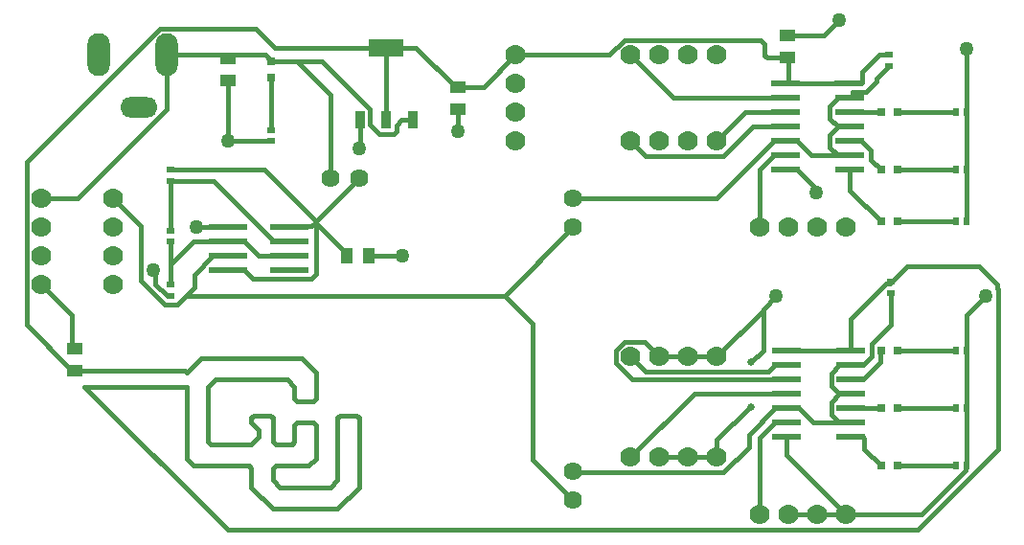
<source format=gtl>
G04*
G04 #@! TF.GenerationSoftware,Altium Limited,Altium Designer,21.6.4 (81)*
G04*
G04 Layer_Physical_Order=1*
G04 Layer_Color=255*
%FSLAX25Y25*%
%MOIN*%
G70*
G04*
G04 #@! TF.SameCoordinates,570BF3D3-4215-493C-AC51-86F074832852*
G04*
G04*
G04 #@! TF.FilePolarity,Positive*
G04*
G01*
G75*
%ADD10C,0.01500*%
%ADD19R,0.03150X0.03150*%
%ADD20R,0.10433X0.02362*%
%ADD21R,0.13386X0.02362*%
%ADD22R,0.02756X0.02362*%
%ADD23R,0.02362X0.02756*%
%ADD24R,0.03300X0.06300*%
%ADD25R,0.12200X0.06300*%
%ADD26R,0.03150X0.03150*%
%ADD27R,0.05709X0.03937*%
%ADD28R,0.03937X0.05709*%
%ADD42C,0.07000*%
%ADD43C,0.06378*%
%ADD44O,0.07874X0.14961*%
%ADD45O,0.12992X0.07087*%
%ADD46C,0.05000*%
%ADD47C,0.02500*%
D10*
X57972Y94447D02*
X59069D01*
X54169Y98250D02*
X57972Y94447D01*
X54169Y98250D02*
Y102331D01*
X53500Y103000D02*
X54169Y102331D01*
X59069Y94447D02*
X59500Y94016D01*
X286740Y184740D02*
X292000Y190000D01*
X274000Y184740D02*
X286740D01*
X273740Y177000D02*
X274500Y176240D01*
X266000Y177879D02*
X266879Y177000D01*
X266000Y177879D02*
Y181827D01*
X266879Y177000D02*
X273740D01*
X264624Y183203D02*
X266000Y181827D01*
X310000Y98937D02*
X310197D01*
X308472Y98506D02*
X309569D01*
X296000Y86034D02*
X308472Y98506D01*
X309569D02*
X310000Y98937D01*
X296000Y75000D02*
Y86034D01*
X319205Y12703D02*
X347250Y40748D01*
X79297Y12703D02*
X319205D01*
X29500Y62500D02*
X79297Y12703D01*
X320518Y17953D02*
X336037Y33472D01*
X294500Y17953D02*
X320518D01*
X125000Y27500D02*
Y51621D01*
X117500Y30000D02*
Y51621D01*
X95879Y35000D02*
X107500D01*
X185310Y37143D02*
X199500Y22953D01*
X312453Y35000D02*
X332531D01*
X284500Y17953D02*
X294500D01*
X274500D02*
X284500D01*
X310197Y98937D02*
X315770Y104510D01*
X340750D01*
X347000Y98260D01*
Y96755D02*
Y98260D01*
Y96755D02*
X347250Y96505D01*
Y40748D02*
Y96505D01*
X273835Y75000D02*
X296000D01*
X25000Y76740D02*
X26000Y75740D01*
X25000Y76740D02*
Y87453D01*
X25114Y68260D02*
X26000D01*
X9250Y84124D02*
Y140667D01*
X55766Y187183D01*
X89143D01*
X95773Y180553D01*
X134500D01*
X9250Y84124D02*
X25114Y68260D01*
X14500Y97953D02*
X25000Y87453D01*
X219500Y147953D02*
X224750Y142703D01*
X259500Y157953D02*
X273335D01*
X251675Y142703D02*
X261925Y152953D01*
X273335D01*
X224750Y142703D02*
X251675D01*
X249500Y147953D02*
X259500Y157953D01*
X300201Y65000D02*
X306376Y71175D01*
Y74829D01*
X296165Y65000D02*
X300201D01*
X306376Y74829D02*
X306547Y75000D01*
X64240Y68260D02*
X65000Y67500D01*
X26000Y68260D02*
X64240D01*
X65000Y37500D02*
Y62500D01*
Y37500D02*
X67500Y35000D01*
X86621D01*
X87500Y34121D01*
Y27500D02*
Y34121D01*
X124121Y52500D02*
X125000Y51621D01*
X118379Y52500D02*
X124121D01*
X117500Y51621D02*
X118379Y52500D01*
X115000Y27500D02*
X117500Y30000D01*
X97500Y27500D02*
X115000D01*
X95000Y30000D02*
X97500Y27500D01*
X95000Y30000D02*
Y34121D01*
X95879Y35000D01*
X107500D02*
X110000Y37500D01*
Y49121D01*
X109121Y50000D02*
X110000Y49121D01*
X103379Y50000D02*
X109121D01*
X102500Y49121D02*
X103379Y50000D01*
X102500Y43379D02*
Y49121D01*
X101621Y42500D02*
X102500Y43379D01*
X95879Y42500D02*
X101621D01*
X95000Y43379D02*
X95879Y42500D01*
X95000Y43379D02*
Y51621D01*
X94121Y52500D02*
X95000Y51621D01*
X88379Y52500D02*
X94121D01*
X87500Y51621D02*
X88379Y52500D01*
X87500Y50000D02*
Y51621D01*
Y50000D02*
X90000Y47500D01*
Y45000D02*
Y47500D01*
X87500Y42500D02*
X90000Y45000D01*
X73379Y42500D02*
X87500D01*
X72500Y43379D02*
X73379Y42500D01*
X72500Y43379D02*
Y62500D01*
X75000Y65000D01*
X100000D01*
X102500Y62500D01*
Y58379D02*
Y62500D01*
Y58379D02*
X103379Y57500D01*
X109121D01*
X110000Y58379D01*
Y67500D01*
X105000Y72500D02*
X110000Y67500D01*
X70000Y72500D02*
X105000D01*
X65000Y67500D02*
X70000Y72500D01*
X336469Y87468D02*
X343000Y94000D01*
X336469Y75000D02*
Y87468D01*
X29500Y62500D02*
X65000D01*
X312453Y119953D02*
X332531D01*
X185310Y37143D02*
Y84383D01*
X175620Y94073D02*
X185310Y84383D01*
X87500Y27500D02*
X95000Y20000D01*
X117500D01*
X125000Y27500D01*
X224250Y78203D02*
X229500Y72953D01*
X214250Y75127D02*
X217325Y78203D01*
X214250Y70778D02*
Y75127D01*
X217325Y78203D02*
X224250D01*
X214250Y70778D02*
X220028Y65000D01*
X273835D01*
X219500Y72953D02*
X224750Y67703D01*
X267502D01*
X265511Y89237D02*
Y89511D01*
Y75011D02*
Y89237D01*
X249500Y73226D02*
X265511Y89237D01*
Y89511D02*
X270000Y94000D01*
X261500Y71000D02*
X265511Y75011D01*
X261000Y55500D02*
X261500D01*
X249500Y37953D02*
Y44000D01*
X261000Y55500D01*
X267502Y67703D02*
X269799Y70000D01*
X273835D01*
X199500Y32953D02*
X199750Y32703D01*
X251675D02*
X260521Y41550D01*
X199750Y32703D02*
X251675D01*
X241547Y60000D02*
X273835D01*
X219500Y37953D02*
X241547Y60000D01*
X277370Y137953D02*
X283330Y131992D01*
Y130670D02*
X284000Y130000D01*
X273335Y137953D02*
X277370D01*
X283330Y130670D02*
Y131992D01*
X312453Y137953D02*
X332531D01*
X312453Y157953D02*
X332531D01*
X94476Y147976D02*
X94500Y147953D01*
X79524Y147976D02*
X94476D01*
X79500Y148000D02*
X79524Y147976D01*
X79500Y148000D02*
Y169213D01*
X68500Y118000D02*
X68524Y117976D01*
X79476D02*
X79500Y117953D01*
X68524Y117976D02*
X79476D01*
X125200Y145700D02*
Y155153D01*
X125400Y155353D01*
X125000Y145500D02*
X125200Y145700D01*
X159500Y151500D02*
Y159213D01*
X128287Y108000D02*
X140000D01*
X128240Y107953D02*
X128287Y108000D01*
X336484Y157968D02*
Y179984D01*
X336500Y180000D01*
X336469Y157953D02*
X336484Y157968D01*
X336469Y137953D02*
Y157953D01*
Y119953D02*
Y137953D01*
X249500Y72953D02*
Y73226D01*
X239500Y72953D02*
X249500D01*
X229500D02*
X239500D01*
X229500Y37953D02*
X239500D01*
X249500D01*
X273835Y38618D02*
X294500Y17953D01*
X273835Y38618D02*
Y45000D01*
X336469Y55000D02*
Y75000D01*
Y35000D02*
Y55000D01*
X336037Y34569D02*
X336469Y35000D01*
X336037Y33472D02*
Y34569D01*
X260521Y41550D02*
Y45722D01*
X264500Y44701D02*
X269799Y50000D01*
X260521Y45722D02*
X269799Y55000D01*
X264500Y17953D02*
Y44701D01*
X269799Y55000D02*
X273835D01*
X300632Y40915D02*
Y44569D01*
X296165Y45000D02*
X300201D01*
X300632Y44569D01*
Y40915D02*
X306547Y35000D01*
X296165Y55000D02*
X306547D01*
X312453D02*
X332531D01*
X312453Y75000D02*
X332531D01*
X269799Y50000D02*
X273835D01*
X292130D02*
X296165D01*
X282870D02*
X292130D01*
X277870Y55000D02*
X282870Y50000D01*
X273835Y55000D02*
X277870D01*
X289199Y52931D02*
X292130Y50000D01*
Y60000D02*
X296165D01*
X289199Y57069D02*
X292130Y60000D01*
X289199Y52931D02*
Y57069D01*
X292130Y70000D02*
X296165D01*
X289199Y67069D02*
X292130Y70000D01*
X289199Y62931D02*
Y67069D01*
Y62931D02*
X292130Y60000D01*
X303222Y77300D02*
X310000Y84077D01*
Y95000D01*
X303222Y73022D02*
Y77300D01*
X300201Y70000D02*
X303222Y73022D01*
X296165Y70000D02*
X300201D01*
X249299Y127953D02*
X269299Y147953D01*
X199500Y127953D02*
X249299D01*
X269299Y147953D02*
X273335D01*
X295665Y157953D02*
X306547D01*
X299701Y147953D02*
X302927Y144726D01*
Y141573D02*
Y144726D01*
X295665Y147953D02*
X299701D01*
X302927Y141573D02*
X306547Y137953D01*
X295665Y130835D02*
X306547Y119953D01*
X295665Y130835D02*
Y137953D01*
X291630Y142953D02*
X295665D01*
X282370D02*
X291630D01*
X277370Y147953D02*
X282370Y142953D01*
X273335Y147953D02*
X277370D01*
X288699Y145884D02*
Y150022D01*
Y145884D02*
X291630Y142953D01*
Y152953D02*
X295665D01*
X288699Y150022D02*
X291630Y152953D01*
X288699Y155884D02*
X291630Y152953D01*
X288699Y155884D02*
Y160022D01*
X291630Y162953D01*
X295665D01*
X296544Y165000D02*
X301420D01*
X295665Y162953D02*
X296113D01*
X296544Y163384D01*
Y165000D01*
X301420D02*
X305146Y168726D01*
Y169859D01*
X309303Y174016D01*
X309500D01*
X299967Y168384D02*
Y172047D01*
X305872Y177953D01*
X309500D01*
X295500Y167953D02*
X299535D01*
X299967Y168384D01*
X274069Y167953D02*
X295500D01*
X273335D02*
X274069D01*
X274500Y168384D01*
Y176240D01*
X217325Y183203D02*
X264624D01*
X212075Y177953D02*
X217325Y183203D01*
X179500Y177953D02*
X212075D01*
X264500Y117953D02*
Y138154D01*
X269299Y142953D02*
X273335D01*
X264500Y138154D02*
X269299Y142953D01*
X219500Y177953D02*
X234500Y162953D01*
X273335D01*
X64591Y94073D02*
X67580Y97062D01*
X61603Y91085D02*
X64591Y94073D01*
X175620D02*
X199500Y117953D01*
X64591Y94073D02*
X175620D01*
X159500Y166693D02*
X168240D01*
X179500Y177953D01*
X144754Y180553D02*
X158614Y166693D01*
X159500D01*
X134500Y180553D02*
X144754D01*
X58122Y177953D02*
X92453D01*
X27025Y127953D02*
X58122Y159049D01*
X14500Y127953D02*
X27025D01*
X58122Y159049D02*
Y177953D01*
X110000Y119192D02*
Y120000D01*
Y101844D02*
Y119192D01*
X92047Y137953D02*
X110000Y120000D01*
X108384Y118384D02*
X109192Y119192D01*
X110000D02*
X110406D01*
X109192D02*
X110000D01*
X110406D02*
X120760Y108839D01*
Y107953D02*
Y108839D01*
X57397Y91085D02*
X61603D01*
X48975Y99507D02*
X57397Y91085D01*
X39500Y127953D02*
X48975Y118478D01*
Y99507D02*
Y118478D01*
X67580Y97062D02*
Y101544D01*
X73988Y107953D01*
X79500D01*
X85012Y102953D02*
X87943Y100022D01*
X108178D01*
X110000Y101844D01*
X79500Y102953D02*
X85012D01*
X59500Y134016D02*
X74185D01*
X95248Y112953D01*
X100760D01*
X85012D02*
X90012Y107953D01*
X79500Y112953D02*
X85012D01*
X90012Y107953D02*
X100760D01*
X59500Y105000D02*
Y112953D01*
Y97953D02*
Y105000D01*
X67453Y112953D02*
X79500D01*
X59500Y105000D02*
X67453Y112953D01*
X59500Y116890D02*
Y134016D01*
X110000Y120000D02*
X125000Y135000D01*
X59500Y137953D02*
X92047D01*
X100760Y117953D02*
X101191Y118384D01*
X108384D01*
X103311Y175906D02*
X112122D01*
X94500D02*
X103311D01*
X115000Y135000D02*
Y164217D01*
X103311Y175906D02*
X115000Y164217D01*
X94500Y151890D02*
Y170000D01*
X139700Y155353D02*
X143600D01*
X137900Y153553D02*
X139700Y155353D01*
X137900Y151478D02*
Y153553D01*
X136875Y150453D02*
X137900Y151478D01*
X132125Y150453D02*
X136875D01*
X128800Y153778D02*
X132125Y150453D01*
X128800Y153778D02*
Y159228D01*
X112122Y175906D02*
X128800Y159228D01*
X134500Y155353D02*
Y180553D01*
X92453Y177953D02*
X94500Y175906D01*
D19*
X306547Y119953D02*
D03*
X312453D02*
D03*
X306547Y137953D02*
D03*
X312453D02*
D03*
X306547Y157953D02*
D03*
X312453D02*
D03*
X306547Y35000D02*
D03*
X312453D02*
D03*
X306547Y55000D02*
D03*
X312453D02*
D03*
X306547Y75000D02*
D03*
X312453D02*
D03*
D20*
X273835D02*
D03*
Y70000D02*
D03*
Y65000D02*
D03*
Y60000D02*
D03*
Y55000D02*
D03*
Y50000D02*
D03*
Y45000D02*
D03*
X296165D02*
D03*
Y50000D02*
D03*
Y55000D02*
D03*
Y60000D02*
D03*
Y65000D02*
D03*
Y70000D02*
D03*
X296000Y75000D02*
D03*
X273335Y167953D02*
D03*
Y162953D02*
D03*
Y157953D02*
D03*
Y152953D02*
D03*
Y147953D02*
D03*
Y142953D02*
D03*
Y137953D02*
D03*
X295665D02*
D03*
Y142953D02*
D03*
Y147953D02*
D03*
Y152953D02*
D03*
Y157953D02*
D03*
Y162953D02*
D03*
X295500Y167953D02*
D03*
D21*
X100760Y117953D02*
D03*
Y112953D02*
D03*
Y107953D02*
D03*
Y102953D02*
D03*
X79500D02*
D03*
Y107953D02*
D03*
Y112953D02*
D03*
Y117953D02*
D03*
D22*
X310000Y95000D02*
D03*
Y98937D02*
D03*
X309500Y174016D02*
D03*
Y177953D02*
D03*
X59500Y112953D02*
D03*
Y116890D02*
D03*
Y134016D02*
D03*
Y137953D02*
D03*
X94500Y147953D02*
D03*
Y151890D02*
D03*
X59500Y94016D02*
D03*
Y97953D02*
D03*
D23*
X332531Y119953D02*
D03*
X336469D02*
D03*
X332531Y137953D02*
D03*
X336469D02*
D03*
X332531Y157953D02*
D03*
X336469D02*
D03*
X332531Y35000D02*
D03*
X336469D02*
D03*
X332531Y55000D02*
D03*
X336469D02*
D03*
X332531Y75000D02*
D03*
X336469D02*
D03*
D24*
X143600Y155353D02*
D03*
X134500D02*
D03*
X125400D02*
D03*
D25*
X134500Y180553D02*
D03*
D26*
X94500Y170000D02*
D03*
Y175906D02*
D03*
D27*
X26000Y75740D02*
D03*
Y68260D02*
D03*
X274000Y184740D02*
D03*
Y177260D02*
D03*
X159500Y166693D02*
D03*
Y159213D02*
D03*
X79500Y169213D02*
D03*
Y176693D02*
D03*
D28*
X120760Y107953D02*
D03*
X128240D02*
D03*
D42*
X274500Y17953D02*
D03*
X264500D02*
D03*
X294500D02*
D03*
X284500D02*
D03*
X229500Y37953D02*
D03*
X219500D02*
D03*
X249500D02*
D03*
X239500D02*
D03*
X229500Y72953D02*
D03*
X219500D02*
D03*
X249500D02*
D03*
X239500D02*
D03*
X274500Y117953D02*
D03*
X264500D02*
D03*
X294500D02*
D03*
X284500D02*
D03*
X229500Y147953D02*
D03*
X219500D02*
D03*
X249500D02*
D03*
X239500D02*
D03*
X229500Y177953D02*
D03*
X219500D02*
D03*
X249500D02*
D03*
X239500D02*
D03*
X39500Y117953D02*
D03*
Y127953D02*
D03*
Y97953D02*
D03*
Y107953D02*
D03*
X179500Y167953D02*
D03*
Y177953D02*
D03*
Y147953D02*
D03*
Y157953D02*
D03*
X14500Y117953D02*
D03*
Y127953D02*
D03*
Y97953D02*
D03*
Y107953D02*
D03*
D43*
X199500Y32953D02*
D03*
Y22953D02*
D03*
Y127953D02*
D03*
Y117953D02*
D03*
X115000Y135000D02*
D03*
X125000D02*
D03*
D44*
X58122Y177953D02*
D03*
X34500D02*
D03*
D45*
X48280Y159646D02*
D03*
D46*
X343000Y94000D02*
D03*
X336500Y180000D02*
D03*
X270000Y94000D02*
D03*
X284000Y130000D02*
D03*
X292000Y190000D02*
D03*
X53500Y103000D02*
D03*
X68500Y118000D02*
D03*
X79500Y148000D02*
D03*
X159500Y151500D02*
D03*
X125000Y145500D02*
D03*
X140000Y108000D02*
D03*
D47*
X261500Y71000D02*
D03*
Y55500D02*
D03*
M02*

</source>
